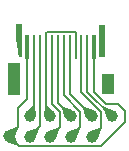
<source format=gbr>
%TF.GenerationSoftware,KiCad,Pcbnew,7.0.11*%
%TF.CreationDate,2025-03-06T21:23:03+09:00*%
%TF.ProjectId,USBC_Board,55534243-5f42-46f6-9172-642e6b696361,rev?*%
%TF.SameCoordinates,Original*%
%TF.FileFunction,Copper,L2,Bot*%
%TF.FilePolarity,Positive*%
%FSLAX46Y46*%
G04 Gerber Fmt 4.6, Leading zero omitted, Abs format (unit mm)*
G04 Created by KiCad (PCBNEW 7.0.11) date 2025-03-06 21:23:03*
%MOMM*%
%LPD*%
G01*
G04 APERTURE LIST*
G04 Aperture macros list*
%AMFreePoly0*
4,1,22,0.012646,2.300439,0.012796,2.300403,0.012816,2.300369,0.012854,2.300354,0.012914,2.300207,0.012994,2.300076,0.287994,0.500075,0.287984,0.500037,0.288000,0.500000,0.288000,-0.250000,0.287854,-0.250354,0.287500,-0.250500,0.287500,-0.500000,-0.287500,-0.500000,-0.287500,-0.250500,-0.287854,-0.250354,-0.288000,-0.250000,-0.288000,2.300000,-0.287854,2.300354,-0.287500,2.300500,
0.012500,2.300500,0.012646,2.300439,0.012646,2.300439,$1*%
G04 Aperture macros list end*
%TA.AperFunction,SMDPad,CuDef*%
%ADD10R,0.410000X2.000000*%
%TD*%
%TA.AperFunction,SMDPad,CuDef*%
%ADD11R,0.260000X2.000000*%
%TD*%
%TA.AperFunction,SMDPad,CuDef*%
%ADD12R,1.000000X2.700000*%
%TD*%
%TA.AperFunction,SMDPad,CuDef*%
%ADD13R,1.000000X1.800000*%
%TD*%
%TA.AperFunction,SMDPad,CuDef*%
%ADD14R,0.575000X2.800000*%
%TD*%
%TA.AperFunction,SMDPad,CuDef*%
%ADD15FreePoly0,180.000000*%
%TD*%
%TA.AperFunction,SMDPad,CuDef*%
%ADD16C,1.000000*%
%TD*%
%TA.AperFunction,ViaPad*%
%ADD17C,0.600000*%
%TD*%
%TA.AperFunction,Conductor*%
%ADD18C,0.200000*%
%TD*%
G04 APERTURE END LIST*
D10*
%TO.P,J11,B1,GNDB*%
%TO.N,Net-(J21-Pin_1)*%
X171362500Y-111675000D03*
D11*
%TO.P,J11,B2,TX2+*%
%TO.N,Net-(J11-TX2+)*%
X170787500Y-111675000D03*
%TO.P,J11,B3,TX2-*%
%TO.N,Net-(J11-TX2-)*%
X170287500Y-111675000D03*
%TO.P,J11,B4,B_VBUS*%
%TO.N,Net-(J12-Pin_1)*%
X169787500Y-111675000D03*
%TO.P,J11,B5,CC2*%
%TO.N,Net-(J11-CC2)*%
X169287500Y-111675000D03*
%TO.P,J11,B6,DB+*%
%TO.N,Net-(J11-DB+)*%
X168787500Y-111675000D03*
%TO.P,J11,B7,DB-*%
%TO.N,Net-(J11-DB-)*%
X168287500Y-111675000D03*
%TO.P,J11,B8,SBU2*%
%TO.N,Net-(J11-SBU2)*%
X167787500Y-111675000D03*
%TO.P,J11,B9,B_VBUS*%
%TO.N,Net-(J12-Pin_1)*%
X167287500Y-111675000D03*
%TO.P,J11,B10,RX1-*%
%TO.N,Net-(J11-RX1-)*%
X166787500Y-111675000D03*
%TO.P,J11,B11,RX1+*%
%TO.N,Net-(J11-RX1+)*%
X166287500Y-111675000D03*
D10*
%TO.P,J11,B12,GNDB*%
%TO.N,Net-(J21-Pin_1)*%
X165712500Y-111675000D03*
D12*
%TO.P,J11,S5,SHIELD*%
%TO.N,Net-(J22-Pin_1)*%
X164537500Y-114350000D03*
D13*
%TO.P,J11,S6,SHIELD*%
X172562500Y-114800000D03*
D14*
%TO.P,J11,S7*%
%TO.N,N/C*%
X172050000Y-111125000D03*
D15*
%TO.P,J11,S8*%
X165025000Y-110225000D03*
%TD*%
D16*
%TO.P,J14,1,Pin_1*%
%TO.N,Net-(J11-DB-)*%
X169400000Y-117500000D03*
%TD*%
%TO.P,J16,1,Pin_1*%
%TO.N,Net-(J11-TX2+)*%
X172900000Y-117500000D03*
%TD*%
%TO.P,J21,1,Pin_1*%
%TO.N,Net-(J21-Pin_1)*%
X164150000Y-119200000D03*
%TD*%
%TO.P,J17,1,Pin_1*%
%TO.N,Net-(J11-TX2-)*%
X171200000Y-119250000D03*
%TD*%
%TO.P,J18,1,Pin_1*%
%TO.N,Net-(J11-SBU2)*%
X167650000Y-119250000D03*
%TD*%
%TO.P,J20,1,Pin_1*%
%TO.N,Net-(J11-RX1-)*%
X165900000Y-119250000D03*
%TD*%
%TO.P,J15,1,Pin_1*%
%TO.N,Net-(J11-CC2)*%
X171150000Y-117500000D03*
%TD*%
%TO.P,J19,1,Pin_1*%
%TO.N,Net-(J11-RX1+)*%
X165900000Y-117500000D03*
%TD*%
%TO.P,J13,1,Pin_1*%
%TO.N,Net-(J11-DB+)*%
X169400000Y-119250000D03*
%TD*%
%TO.P,J12,1,Pin_1*%
%TO.N,Net-(J12-Pin_1)*%
X167650000Y-117500000D03*
%TD*%
D17*
%TO.N,Net-(J22-Pin_1)*%
X164550000Y-115250000D03*
%TD*%
D18*
%TO.N,Net-(J12-Pin_1)*%
X169787500Y-111675000D02*
X169787500Y-110445000D01*
X167287500Y-110445000D02*
X167287500Y-111675000D01*
X167357500Y-110375000D02*
X167287500Y-110445000D01*
X167287500Y-111700000D02*
X167287500Y-117137500D01*
X169787500Y-110445000D02*
X169717500Y-110375000D01*
X167287500Y-117137500D02*
X167650000Y-117500000D01*
X169717500Y-110375000D02*
X167357500Y-110375000D01*
%TO.N,Net-(J21-Pin_1)*%
X171362500Y-115446814D02*
X171362500Y-111675000D01*
X164150000Y-119200000D02*
X165000000Y-120050000D01*
X173950000Y-117050000D02*
X173350000Y-116450000D01*
X165712500Y-111700000D02*
X165712500Y-116037500D01*
X164950000Y-118400000D02*
X164150000Y-119200000D01*
X172365686Y-116450000D02*
X171362500Y-115446814D01*
X171900000Y-120050000D02*
X173950000Y-118000000D01*
X173950000Y-118000000D02*
X173950000Y-117050000D01*
X164950000Y-116800000D02*
X164950000Y-118400000D01*
X173350000Y-116450000D02*
X172365686Y-116450000D01*
X165000000Y-120050000D02*
X171900000Y-120050000D01*
X165712500Y-116037500D02*
X164950000Y-116800000D01*
%TO.N,Net-(J11-TX2+)*%
X172850000Y-117500000D02*
X170787500Y-115437500D01*
X170787500Y-115437500D02*
X170787500Y-111700000D01*
%TO.N,Net-(J11-TX2-)*%
X171200000Y-119250000D02*
X171950000Y-118500000D01*
X171950000Y-117165686D02*
X170287500Y-115503186D01*
X171950000Y-118500000D02*
X171950000Y-117165686D01*
X170287500Y-115503186D02*
X170287500Y-111700000D01*
%TO.N,Net-(J11-CC2)*%
X169287500Y-115637500D02*
X169287500Y-111700000D01*
X171150000Y-117500000D02*
X169287500Y-115637500D01*
%TO.N,Net-(J11-DB+)*%
X168787500Y-115703186D02*
X168787500Y-111700000D01*
X169400000Y-119250000D02*
X170200000Y-118450000D01*
X170200000Y-117115686D02*
X168787500Y-115703186D01*
X170200000Y-118450000D02*
X170200000Y-117115686D01*
%TO.N,Net-(J11-DB-)*%
X168287500Y-111700000D02*
X168287500Y-116387500D01*
X168287500Y-116387500D02*
X169400000Y-117500000D01*
%TO.N,Net-(J11-SBU2)*%
X167787500Y-116506129D02*
X168450000Y-117168629D01*
X168450000Y-118450000D02*
X167650000Y-119250000D01*
X168450000Y-117168629D02*
X168450000Y-118450000D01*
X167787500Y-111700000D02*
X167787500Y-116506129D01*
%TO.N,Net-(J11-RX1-)*%
X166787500Y-118362500D02*
X166787500Y-111700000D01*
X165900000Y-119250000D02*
X166787500Y-118362500D01*
%TO.N,Net-(J11-RX1+)*%
X166287500Y-117112500D02*
X166287500Y-111700000D01*
X165900000Y-117500000D02*
X166287500Y-117112500D01*
%TD*%
%TA.AperFunction,Conductor*%
%TO.N,Net-(J12-Pin_1)*%
G36*
X167390713Y-116652740D02*
G01*
X167993422Y-117138285D01*
X167997715Y-117146144D01*
X167995193Y-117154736D01*
X167994367Y-117155657D01*
X167653439Y-117497551D01*
X167645171Y-117500990D01*
X167645131Y-117500990D01*
X167162203Y-117500024D01*
X167153936Y-117496581D01*
X167150526Y-117488301D01*
X167150535Y-117487852D01*
X167187006Y-116661334D01*
X167190795Y-116653222D01*
X167198695Y-116650152D01*
X167383374Y-116650152D01*
X167390713Y-116652740D01*
G37*
%TD.AperFunction*%
%TD*%
%TA.AperFunction,Conductor*%
%TO.N,Net-(J21-Pin_1)*%
G36*
X164609788Y-119013250D02*
G01*
X164616109Y-119019594D01*
X164616222Y-119019880D01*
X164683987Y-119197453D01*
X164862876Y-119666222D01*
X164925114Y-119829311D01*
X164924862Y-119838262D01*
X164922456Y-119841755D01*
X164791755Y-119972456D01*
X164783482Y-119975883D01*
X164779312Y-119975114D01*
X164397244Y-119829311D01*
X163969880Y-119666222D01*
X163963372Y-119660071D01*
X163963120Y-119651120D01*
X163963203Y-119650908D01*
X164147437Y-119203795D01*
X164153755Y-119197454D01*
X164600837Y-119013233D01*
X164609788Y-119013250D01*
G37*
%TD.AperFunction*%
%TD*%
%TA.AperFunction,Conductor*%
%TO.N,Net-(J21-Pin_1)*%
G36*
X164788262Y-118425137D02*
G01*
X164791755Y-118427543D01*
X164922456Y-118558244D01*
X164925883Y-118566517D01*
X164925114Y-118570688D01*
X164616222Y-119380119D01*
X164610071Y-119386627D01*
X164601120Y-119386879D01*
X164600849Y-119386772D01*
X164153796Y-119202562D01*
X164147453Y-119196242D01*
X163963233Y-118749162D01*
X163963250Y-118740211D01*
X163969594Y-118733890D01*
X163969841Y-118733792D01*
X164779314Y-118424885D01*
X164788262Y-118425137D01*
G37*
%TD.AperFunction*%
%TD*%
%TA.AperFunction,Conductor*%
%TO.N,Net-(J11-TX2+)*%
G36*
X172250452Y-116754474D02*
G01*
X173079503Y-117034067D01*
X173086247Y-117039958D01*
X173086851Y-117048893D01*
X173086582Y-117049611D01*
X172902563Y-117496202D01*
X172896242Y-117502546D01*
X172896202Y-117502563D01*
X172448794Y-117686918D01*
X172439840Y-117686901D01*
X172433554Y-117680640D01*
X172251417Y-117248068D01*
X172250500Y-117243528D01*
X172250500Y-117216610D01*
X172251107Y-117212891D01*
X172252773Y-117207921D01*
X172250512Y-117159010D01*
X172250500Y-117158470D01*
X172250500Y-117137844D01*
X172249364Y-117131771D01*
X172249177Y-117130160D01*
X172247585Y-117095694D01*
X172239523Y-117077435D01*
X172238726Y-117074862D01*
X172235061Y-117055253D01*
X172216898Y-117025918D01*
X172216143Y-117024485D01*
X172202206Y-116992921D01*
X172202205Y-116992920D01*
X172202204Y-116992918D01*
X172188098Y-116978813D01*
X172186423Y-116976699D01*
X172175919Y-116959734D01*
X172148382Y-116938939D01*
X172147160Y-116937875D01*
X172110782Y-116901497D01*
X172107355Y-116893224D01*
X172110781Y-116884952D01*
X172238445Y-116757288D01*
X172246717Y-116753862D01*
X172250452Y-116754474D01*
G37*
%TD.AperFunction*%
%TD*%
%TA.AperFunction,Conductor*%
%TO.N,Net-(J11-TX2-)*%
G36*
X171838262Y-118475137D02*
G01*
X171841755Y-118477543D01*
X171972456Y-118608244D01*
X171975883Y-118616517D01*
X171975114Y-118620688D01*
X171666222Y-119430119D01*
X171660071Y-119436627D01*
X171651120Y-119436879D01*
X171650849Y-119436772D01*
X171203796Y-119252562D01*
X171197453Y-119246242D01*
X171013233Y-118799162D01*
X171013250Y-118790211D01*
X171019594Y-118783890D01*
X171019841Y-118783792D01*
X171829314Y-118474885D01*
X171838262Y-118475137D01*
G37*
%TD.AperFunction*%
%TD*%
%TA.AperFunction,Conductor*%
%TO.N,Net-(J11-CC2)*%
G36*
X170520683Y-116724884D02*
G01*
X171306760Y-117024863D01*
X171330119Y-117033777D01*
X171336627Y-117039928D01*
X171336879Y-117048879D01*
X171336766Y-117049165D01*
X171152563Y-117496202D01*
X171146242Y-117502546D01*
X171146202Y-117502563D01*
X170699165Y-117686766D01*
X170690211Y-117686749D01*
X170683890Y-117680405D01*
X170683777Y-117680119D01*
X170501269Y-117201867D01*
X170500500Y-117197696D01*
X170500500Y-117166611D01*
X170501107Y-117162892D01*
X170502773Y-117157922D01*
X170500512Y-117109011D01*
X170500500Y-117108471D01*
X170500500Y-117087844D01*
X170499364Y-117081771D01*
X170499177Y-117080160D01*
X170497585Y-117045695D01*
X170489523Y-117027436D01*
X170488726Y-117024863D01*
X170485061Y-117005253D01*
X170466897Y-116975917D01*
X170466142Y-116974484D01*
X170452206Y-116942921D01*
X170452205Y-116942920D01*
X170452204Y-116942918D01*
X170438098Y-116928813D01*
X170436423Y-116926699D01*
X170431821Y-116919266D01*
X170425919Y-116909734D01*
X170398382Y-116888939D01*
X170397160Y-116887875D01*
X170380809Y-116871524D01*
X170377382Y-116863251D01*
X170380808Y-116854979D01*
X170508246Y-116727541D01*
X170516516Y-116724116D01*
X170520683Y-116724884D01*
G37*
%TD.AperFunction*%
%TD*%
%TA.AperFunction,Conductor*%
%TO.N,Net-(J11-DB+)*%
G36*
X170038262Y-118475137D02*
G01*
X170041755Y-118477543D01*
X170172456Y-118608244D01*
X170175883Y-118616517D01*
X170175114Y-118620688D01*
X169866222Y-119430119D01*
X169860071Y-119436627D01*
X169851120Y-119436879D01*
X169850849Y-119436772D01*
X169403796Y-119252562D01*
X169397453Y-119246242D01*
X169213233Y-118799162D01*
X169213250Y-118790211D01*
X169219594Y-118783890D01*
X169219841Y-118783792D01*
X170029314Y-118474885D01*
X170038262Y-118475137D01*
G37*
%TD.AperFunction*%
%TD*%
%TA.AperFunction,Conductor*%
%TO.N,Net-(J11-DB-)*%
G36*
X168770683Y-116724884D02*
G01*
X169480765Y-116995862D01*
X169580119Y-117033777D01*
X169586627Y-117039928D01*
X169586879Y-117048879D01*
X169586766Y-117049165D01*
X169402563Y-117496202D01*
X169396242Y-117502546D01*
X169396202Y-117502563D01*
X168949165Y-117686766D01*
X168940211Y-117686749D01*
X168933890Y-117680405D01*
X168933777Y-117680119D01*
X168753177Y-117206867D01*
X168752420Y-117203236D01*
X168750512Y-117161953D01*
X168750500Y-117161413D01*
X168750500Y-117140787D01*
X168749364Y-117134714D01*
X168749177Y-117133103D01*
X168747585Y-117098637D01*
X168739522Y-117080375D01*
X168738727Y-117077810D01*
X168735061Y-117058196D01*
X168716899Y-117028863D01*
X168716144Y-117027430D01*
X168702206Y-116995863D01*
X168702205Y-116995862D01*
X168702204Y-116995860D01*
X168688096Y-116981753D01*
X168686421Y-116979639D01*
X168675918Y-116962676D01*
X168656222Y-116947803D01*
X168652343Y-116942639D01*
X168624885Y-116870685D01*
X168625137Y-116861737D01*
X168627540Y-116858247D01*
X168758245Y-116727542D01*
X168766517Y-116724116D01*
X168770683Y-116724884D01*
G37*
%TD.AperFunction*%
%TD*%
%TA.AperFunction,Conductor*%
%TO.N,Net-(J11-SBU2)*%
G36*
X168288262Y-118475137D02*
G01*
X168291755Y-118477543D01*
X168422456Y-118608244D01*
X168425883Y-118616517D01*
X168425114Y-118620688D01*
X168116222Y-119430119D01*
X168110071Y-119436627D01*
X168101120Y-119436879D01*
X168100849Y-119436772D01*
X167653796Y-119252562D01*
X167647453Y-119246242D01*
X167463233Y-118799162D01*
X167463250Y-118790211D01*
X167469594Y-118783890D01*
X167469841Y-118783792D01*
X168279314Y-118474885D01*
X168288262Y-118475137D01*
G37*
%TD.AperFunction*%
%TD*%
%TA.AperFunction,Conductor*%
%TO.N,Net-(J11-RX1-)*%
G36*
X166538262Y-118475137D02*
G01*
X166541755Y-118477543D01*
X166672456Y-118608244D01*
X166675883Y-118616517D01*
X166675114Y-118620688D01*
X166366222Y-119430119D01*
X166360071Y-119436627D01*
X166351120Y-119436879D01*
X166350849Y-119436772D01*
X165903796Y-119252562D01*
X165897453Y-119246242D01*
X165713233Y-118799162D01*
X165713250Y-118790211D01*
X165719594Y-118783890D01*
X165719841Y-118783792D01*
X166529314Y-118474885D01*
X166538262Y-118475137D01*
G37*
%TD.AperFunction*%
%TD*%
%TA.AperFunction,Conductor*%
%TO.N,Net-(J11-RX1+)*%
G36*
X166384246Y-116663935D02*
G01*
X166387672Y-116672034D01*
X166399823Y-117488149D01*
X166396519Y-117496472D01*
X166388298Y-117500022D01*
X166388147Y-117500023D01*
X165904868Y-117500990D01*
X165896590Y-117497581D01*
X165555908Y-117155935D01*
X165552494Y-117147658D01*
X165555933Y-117139390D01*
X165557117Y-117138358D01*
X166172295Y-116672034D01*
X166184366Y-116662884D01*
X166191434Y-116660508D01*
X166375973Y-116660508D01*
X166384246Y-116663935D01*
G37*
%TD.AperFunction*%
%TD*%
M02*

</source>
